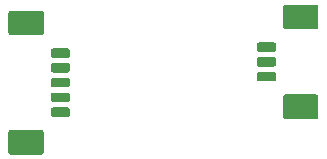
<source format=gbr>
G04 #@! TF.GenerationSoftware,KiCad,Pcbnew,(5.1.5)-3*
G04 #@! TF.CreationDate,2020-03-19T11:30:28+02:00*
G04 #@! TF.ProjectId,RightPanel,52696768-7450-4616-9e65-6c2e6b696361,rev?*
G04 #@! TF.SameCoordinates,Original*
G04 #@! TF.FileFunction,Soldermask,Bot*
G04 #@! TF.FilePolarity,Negative*
%FSLAX46Y46*%
G04 Gerber Fmt 4.6, Leading zero omitted, Abs format (unit mm)*
G04 Created by KiCad (PCBNEW (5.1.5)-3) date 2020-03-19 11:30:28*
%MOMM*%
%LPD*%
G04 APERTURE LIST*
%ADD10C,0.100000*%
G04 APERTURE END LIST*
D10*
G36*
X70969603Y-68600963D02*
G01*
X70989018Y-68603843D01*
X71008057Y-68608612D01*
X71026537Y-68615224D01*
X71044279Y-68623616D01*
X71061114Y-68633706D01*
X71076879Y-68645398D01*
X71091421Y-68658579D01*
X71104602Y-68673121D01*
X71116294Y-68688886D01*
X71126384Y-68705721D01*
X71134776Y-68723463D01*
X71141388Y-68741943D01*
X71146157Y-68760982D01*
X71149037Y-68780397D01*
X71150000Y-68800000D01*
X71150000Y-69200000D01*
X71149037Y-69219603D01*
X71146157Y-69239018D01*
X71141388Y-69258057D01*
X71134776Y-69276537D01*
X71126384Y-69294279D01*
X71116294Y-69311114D01*
X71104602Y-69326879D01*
X71091421Y-69341421D01*
X71076879Y-69354602D01*
X71061114Y-69366294D01*
X71044279Y-69376384D01*
X71026537Y-69384776D01*
X71008057Y-69391388D01*
X70989018Y-69396157D01*
X70969603Y-69399037D01*
X70950000Y-69400000D01*
X69750000Y-69400000D01*
X69730397Y-69399037D01*
X69710982Y-69396157D01*
X69691943Y-69391388D01*
X69673463Y-69384776D01*
X69655721Y-69376384D01*
X69638886Y-69366294D01*
X69623121Y-69354602D01*
X69608579Y-69341421D01*
X69595398Y-69326879D01*
X69583706Y-69311114D01*
X69573616Y-69294279D01*
X69565224Y-69276537D01*
X69558612Y-69258057D01*
X69553843Y-69239018D01*
X69550963Y-69219603D01*
X69550000Y-69200000D01*
X69550000Y-68800000D01*
X69550963Y-68780397D01*
X69553843Y-68760982D01*
X69558612Y-68741943D01*
X69565224Y-68723463D01*
X69573616Y-68705721D01*
X69583706Y-68688886D01*
X69595398Y-68673121D01*
X69608579Y-68658579D01*
X69623121Y-68645398D01*
X69638886Y-68633706D01*
X69655721Y-68623616D01*
X69673463Y-68615224D01*
X69691943Y-68608612D01*
X69710982Y-68603843D01*
X69730397Y-68600963D01*
X69750000Y-68600000D01*
X70950000Y-68600000D01*
X70969603Y-68600963D01*
G37*
G36*
X70969603Y-69850963D02*
G01*
X70989018Y-69853843D01*
X71008057Y-69858612D01*
X71026537Y-69865224D01*
X71044279Y-69873616D01*
X71061114Y-69883706D01*
X71076879Y-69895398D01*
X71091421Y-69908579D01*
X71104602Y-69923121D01*
X71116294Y-69938886D01*
X71126384Y-69955721D01*
X71134776Y-69973463D01*
X71141388Y-69991943D01*
X71146157Y-70010982D01*
X71149037Y-70030397D01*
X71150000Y-70050000D01*
X71150000Y-70450000D01*
X71149037Y-70469603D01*
X71146157Y-70489018D01*
X71141388Y-70508057D01*
X71134776Y-70526537D01*
X71126384Y-70544279D01*
X71116294Y-70561114D01*
X71104602Y-70576879D01*
X71091421Y-70591421D01*
X71076879Y-70604602D01*
X71061114Y-70616294D01*
X71044279Y-70626384D01*
X71026537Y-70634776D01*
X71008057Y-70641388D01*
X70989018Y-70646157D01*
X70969603Y-70649037D01*
X70950000Y-70650000D01*
X69750000Y-70650000D01*
X69730397Y-70649037D01*
X69710982Y-70646157D01*
X69691943Y-70641388D01*
X69673463Y-70634776D01*
X69655721Y-70626384D01*
X69638886Y-70616294D01*
X69623121Y-70604602D01*
X69608579Y-70591421D01*
X69595398Y-70576879D01*
X69583706Y-70561114D01*
X69573616Y-70544279D01*
X69565224Y-70526537D01*
X69558612Y-70508057D01*
X69553843Y-70489018D01*
X69550963Y-70469603D01*
X69550000Y-70450000D01*
X69550000Y-70050000D01*
X69550963Y-70030397D01*
X69553843Y-70010982D01*
X69558612Y-69991943D01*
X69565224Y-69973463D01*
X69573616Y-69955721D01*
X69583706Y-69938886D01*
X69595398Y-69923121D01*
X69608579Y-69908579D01*
X69623121Y-69895398D01*
X69638886Y-69883706D01*
X69655721Y-69873616D01*
X69673463Y-69865224D01*
X69691943Y-69858612D01*
X69710982Y-69853843D01*
X69730397Y-69850963D01*
X69750000Y-69850000D01*
X70950000Y-69850000D01*
X70969603Y-69850963D01*
G37*
G36*
X70969603Y-71100963D02*
G01*
X70989018Y-71103843D01*
X71008057Y-71108612D01*
X71026537Y-71115224D01*
X71044279Y-71123616D01*
X71061114Y-71133706D01*
X71076879Y-71145398D01*
X71091421Y-71158579D01*
X71104602Y-71173121D01*
X71116294Y-71188886D01*
X71126384Y-71205721D01*
X71134776Y-71223463D01*
X71141388Y-71241943D01*
X71146157Y-71260982D01*
X71149037Y-71280397D01*
X71150000Y-71300000D01*
X71150000Y-71700000D01*
X71149037Y-71719603D01*
X71146157Y-71739018D01*
X71141388Y-71758057D01*
X71134776Y-71776537D01*
X71126384Y-71794279D01*
X71116294Y-71811114D01*
X71104602Y-71826879D01*
X71091421Y-71841421D01*
X71076879Y-71854602D01*
X71061114Y-71866294D01*
X71044279Y-71876384D01*
X71026537Y-71884776D01*
X71008057Y-71891388D01*
X70989018Y-71896157D01*
X70969603Y-71899037D01*
X70950000Y-71900000D01*
X69750000Y-71900000D01*
X69730397Y-71899037D01*
X69710982Y-71896157D01*
X69691943Y-71891388D01*
X69673463Y-71884776D01*
X69655721Y-71876384D01*
X69638886Y-71866294D01*
X69623121Y-71854602D01*
X69608579Y-71841421D01*
X69595398Y-71826879D01*
X69583706Y-71811114D01*
X69573616Y-71794279D01*
X69565224Y-71776537D01*
X69558612Y-71758057D01*
X69553843Y-71739018D01*
X69550963Y-71719603D01*
X69550000Y-71700000D01*
X69550000Y-71300000D01*
X69550963Y-71280397D01*
X69553843Y-71260982D01*
X69558612Y-71241943D01*
X69565224Y-71223463D01*
X69573616Y-71205721D01*
X69583706Y-71188886D01*
X69595398Y-71173121D01*
X69608579Y-71158579D01*
X69623121Y-71145398D01*
X69638886Y-71133706D01*
X69655721Y-71123616D01*
X69673463Y-71115224D01*
X69691943Y-71108612D01*
X69710982Y-71103843D01*
X69730397Y-71100963D01*
X69750000Y-71100000D01*
X70950000Y-71100000D01*
X70969603Y-71100963D01*
G37*
G36*
X74524504Y-65401204D02*
G01*
X74548773Y-65404804D01*
X74572571Y-65410765D01*
X74595671Y-65419030D01*
X74617849Y-65429520D01*
X74638893Y-65442133D01*
X74658598Y-65456747D01*
X74676777Y-65473223D01*
X74693253Y-65491402D01*
X74707867Y-65511107D01*
X74720480Y-65532151D01*
X74730970Y-65554329D01*
X74739235Y-65577429D01*
X74745196Y-65601227D01*
X74748796Y-65625496D01*
X74750000Y-65650000D01*
X74750000Y-67250000D01*
X74748796Y-67274504D01*
X74745196Y-67298773D01*
X74739235Y-67322571D01*
X74730970Y-67345671D01*
X74720480Y-67367849D01*
X74707867Y-67388893D01*
X74693253Y-67408598D01*
X74676777Y-67426777D01*
X74658598Y-67443253D01*
X74638893Y-67457867D01*
X74617849Y-67470480D01*
X74595671Y-67480970D01*
X74572571Y-67489235D01*
X74548773Y-67495196D01*
X74524504Y-67498796D01*
X74500000Y-67500000D01*
X72000000Y-67500000D01*
X71975496Y-67498796D01*
X71951227Y-67495196D01*
X71927429Y-67489235D01*
X71904329Y-67480970D01*
X71882151Y-67470480D01*
X71861107Y-67457867D01*
X71841402Y-67443253D01*
X71823223Y-67426777D01*
X71806747Y-67408598D01*
X71792133Y-67388893D01*
X71779520Y-67367849D01*
X71769030Y-67345671D01*
X71760765Y-67322571D01*
X71754804Y-67298773D01*
X71751204Y-67274504D01*
X71750000Y-67250000D01*
X71750000Y-65650000D01*
X71751204Y-65625496D01*
X71754804Y-65601227D01*
X71760765Y-65577429D01*
X71769030Y-65554329D01*
X71779520Y-65532151D01*
X71792133Y-65511107D01*
X71806747Y-65491402D01*
X71823223Y-65473223D01*
X71841402Y-65456747D01*
X71861107Y-65442133D01*
X71882151Y-65429520D01*
X71904329Y-65419030D01*
X71927429Y-65410765D01*
X71951227Y-65404804D01*
X71975496Y-65401204D01*
X72000000Y-65400000D01*
X74500000Y-65400000D01*
X74524504Y-65401204D01*
G37*
G36*
X74524504Y-73001204D02*
G01*
X74548773Y-73004804D01*
X74572571Y-73010765D01*
X74595671Y-73019030D01*
X74617849Y-73029520D01*
X74638893Y-73042133D01*
X74658598Y-73056747D01*
X74676777Y-73073223D01*
X74693253Y-73091402D01*
X74707867Y-73111107D01*
X74720480Y-73132151D01*
X74730970Y-73154329D01*
X74739235Y-73177429D01*
X74745196Y-73201227D01*
X74748796Y-73225496D01*
X74750000Y-73250000D01*
X74750000Y-74850000D01*
X74748796Y-74874504D01*
X74745196Y-74898773D01*
X74739235Y-74922571D01*
X74730970Y-74945671D01*
X74720480Y-74967849D01*
X74707867Y-74988893D01*
X74693253Y-75008598D01*
X74676777Y-75026777D01*
X74658598Y-75043253D01*
X74638893Y-75057867D01*
X74617849Y-75070480D01*
X74595671Y-75080970D01*
X74572571Y-75089235D01*
X74548773Y-75095196D01*
X74524504Y-75098796D01*
X74500000Y-75100000D01*
X72000000Y-75100000D01*
X71975496Y-75098796D01*
X71951227Y-75095196D01*
X71927429Y-75089235D01*
X71904329Y-75080970D01*
X71882151Y-75070480D01*
X71861107Y-75057867D01*
X71841402Y-75043253D01*
X71823223Y-75026777D01*
X71806747Y-75008598D01*
X71792133Y-74988893D01*
X71779520Y-74967849D01*
X71769030Y-74945671D01*
X71760765Y-74922571D01*
X71754804Y-74898773D01*
X71751204Y-74874504D01*
X71750000Y-74850000D01*
X71750000Y-73250000D01*
X71751204Y-73225496D01*
X71754804Y-73201227D01*
X71760765Y-73177429D01*
X71769030Y-73154329D01*
X71779520Y-73132151D01*
X71792133Y-73111107D01*
X71806747Y-73091402D01*
X71823223Y-73073223D01*
X71841402Y-73056747D01*
X71861107Y-73042133D01*
X71882151Y-73029520D01*
X71904329Y-73019030D01*
X71927429Y-73010765D01*
X71951227Y-73004804D01*
X71975496Y-73001204D01*
X72000000Y-73000000D01*
X74500000Y-73000000D01*
X74524504Y-73001204D01*
G37*
G36*
X53519603Y-74100963D02*
G01*
X53539018Y-74103843D01*
X53558057Y-74108612D01*
X53576537Y-74115224D01*
X53594279Y-74123616D01*
X53611114Y-74133706D01*
X53626879Y-74145398D01*
X53641421Y-74158579D01*
X53654602Y-74173121D01*
X53666294Y-74188886D01*
X53676384Y-74205721D01*
X53684776Y-74223463D01*
X53691388Y-74241943D01*
X53696157Y-74260982D01*
X53699037Y-74280397D01*
X53700000Y-74300000D01*
X53700000Y-74700000D01*
X53699037Y-74719603D01*
X53696157Y-74739018D01*
X53691388Y-74758057D01*
X53684776Y-74776537D01*
X53676384Y-74794279D01*
X53666294Y-74811114D01*
X53654602Y-74826879D01*
X53641421Y-74841421D01*
X53626879Y-74854602D01*
X53611114Y-74866294D01*
X53594279Y-74876384D01*
X53576537Y-74884776D01*
X53558057Y-74891388D01*
X53539018Y-74896157D01*
X53519603Y-74899037D01*
X53500000Y-74900000D01*
X52300000Y-74900000D01*
X52280397Y-74899037D01*
X52260982Y-74896157D01*
X52241943Y-74891388D01*
X52223463Y-74884776D01*
X52205721Y-74876384D01*
X52188886Y-74866294D01*
X52173121Y-74854602D01*
X52158579Y-74841421D01*
X52145398Y-74826879D01*
X52133706Y-74811114D01*
X52123616Y-74794279D01*
X52115224Y-74776537D01*
X52108612Y-74758057D01*
X52103843Y-74739018D01*
X52100963Y-74719603D01*
X52100000Y-74700000D01*
X52100000Y-74300000D01*
X52100963Y-74280397D01*
X52103843Y-74260982D01*
X52108612Y-74241943D01*
X52115224Y-74223463D01*
X52123616Y-74205721D01*
X52133706Y-74188886D01*
X52145398Y-74173121D01*
X52158579Y-74158579D01*
X52173121Y-74145398D01*
X52188886Y-74133706D01*
X52205721Y-74123616D01*
X52223463Y-74115224D01*
X52241943Y-74108612D01*
X52260982Y-74103843D01*
X52280397Y-74100963D01*
X52300000Y-74100000D01*
X53500000Y-74100000D01*
X53519603Y-74100963D01*
G37*
G36*
X53519603Y-72850963D02*
G01*
X53539018Y-72853843D01*
X53558057Y-72858612D01*
X53576537Y-72865224D01*
X53594279Y-72873616D01*
X53611114Y-72883706D01*
X53626879Y-72895398D01*
X53641421Y-72908579D01*
X53654602Y-72923121D01*
X53666294Y-72938886D01*
X53676384Y-72955721D01*
X53684776Y-72973463D01*
X53691388Y-72991943D01*
X53696157Y-73010982D01*
X53699037Y-73030397D01*
X53700000Y-73050000D01*
X53700000Y-73450000D01*
X53699037Y-73469603D01*
X53696157Y-73489018D01*
X53691388Y-73508057D01*
X53684776Y-73526537D01*
X53676384Y-73544279D01*
X53666294Y-73561114D01*
X53654602Y-73576879D01*
X53641421Y-73591421D01*
X53626879Y-73604602D01*
X53611114Y-73616294D01*
X53594279Y-73626384D01*
X53576537Y-73634776D01*
X53558057Y-73641388D01*
X53539018Y-73646157D01*
X53519603Y-73649037D01*
X53500000Y-73650000D01*
X52300000Y-73650000D01*
X52280397Y-73649037D01*
X52260982Y-73646157D01*
X52241943Y-73641388D01*
X52223463Y-73634776D01*
X52205721Y-73626384D01*
X52188886Y-73616294D01*
X52173121Y-73604602D01*
X52158579Y-73591421D01*
X52145398Y-73576879D01*
X52133706Y-73561114D01*
X52123616Y-73544279D01*
X52115224Y-73526537D01*
X52108612Y-73508057D01*
X52103843Y-73489018D01*
X52100963Y-73469603D01*
X52100000Y-73450000D01*
X52100000Y-73050000D01*
X52100963Y-73030397D01*
X52103843Y-73010982D01*
X52108612Y-72991943D01*
X52115224Y-72973463D01*
X52123616Y-72955721D01*
X52133706Y-72938886D01*
X52145398Y-72923121D01*
X52158579Y-72908579D01*
X52173121Y-72895398D01*
X52188886Y-72883706D01*
X52205721Y-72873616D01*
X52223463Y-72865224D01*
X52241943Y-72858612D01*
X52260982Y-72853843D01*
X52280397Y-72850963D01*
X52300000Y-72850000D01*
X53500000Y-72850000D01*
X53519603Y-72850963D01*
G37*
G36*
X53519603Y-71600963D02*
G01*
X53539018Y-71603843D01*
X53558057Y-71608612D01*
X53576537Y-71615224D01*
X53594279Y-71623616D01*
X53611114Y-71633706D01*
X53626879Y-71645398D01*
X53641421Y-71658579D01*
X53654602Y-71673121D01*
X53666294Y-71688886D01*
X53676384Y-71705721D01*
X53684776Y-71723463D01*
X53691388Y-71741943D01*
X53696157Y-71760982D01*
X53699037Y-71780397D01*
X53700000Y-71800000D01*
X53700000Y-72200000D01*
X53699037Y-72219603D01*
X53696157Y-72239018D01*
X53691388Y-72258057D01*
X53684776Y-72276537D01*
X53676384Y-72294279D01*
X53666294Y-72311114D01*
X53654602Y-72326879D01*
X53641421Y-72341421D01*
X53626879Y-72354602D01*
X53611114Y-72366294D01*
X53594279Y-72376384D01*
X53576537Y-72384776D01*
X53558057Y-72391388D01*
X53539018Y-72396157D01*
X53519603Y-72399037D01*
X53500000Y-72400000D01*
X52300000Y-72400000D01*
X52280397Y-72399037D01*
X52260982Y-72396157D01*
X52241943Y-72391388D01*
X52223463Y-72384776D01*
X52205721Y-72376384D01*
X52188886Y-72366294D01*
X52173121Y-72354602D01*
X52158579Y-72341421D01*
X52145398Y-72326879D01*
X52133706Y-72311114D01*
X52123616Y-72294279D01*
X52115224Y-72276537D01*
X52108612Y-72258057D01*
X52103843Y-72239018D01*
X52100963Y-72219603D01*
X52100000Y-72200000D01*
X52100000Y-71800000D01*
X52100963Y-71780397D01*
X52103843Y-71760982D01*
X52108612Y-71741943D01*
X52115224Y-71723463D01*
X52123616Y-71705721D01*
X52133706Y-71688886D01*
X52145398Y-71673121D01*
X52158579Y-71658579D01*
X52173121Y-71645398D01*
X52188886Y-71633706D01*
X52205721Y-71623616D01*
X52223463Y-71615224D01*
X52241943Y-71608612D01*
X52260982Y-71603843D01*
X52280397Y-71600963D01*
X52300000Y-71600000D01*
X53500000Y-71600000D01*
X53519603Y-71600963D01*
G37*
G36*
X53519603Y-70350963D02*
G01*
X53539018Y-70353843D01*
X53558057Y-70358612D01*
X53576537Y-70365224D01*
X53594279Y-70373616D01*
X53611114Y-70383706D01*
X53626879Y-70395398D01*
X53641421Y-70408579D01*
X53654602Y-70423121D01*
X53666294Y-70438886D01*
X53676384Y-70455721D01*
X53684776Y-70473463D01*
X53691388Y-70491943D01*
X53696157Y-70510982D01*
X53699037Y-70530397D01*
X53700000Y-70550000D01*
X53700000Y-70950000D01*
X53699037Y-70969603D01*
X53696157Y-70989018D01*
X53691388Y-71008057D01*
X53684776Y-71026537D01*
X53676384Y-71044279D01*
X53666294Y-71061114D01*
X53654602Y-71076879D01*
X53641421Y-71091421D01*
X53626879Y-71104602D01*
X53611114Y-71116294D01*
X53594279Y-71126384D01*
X53576537Y-71134776D01*
X53558057Y-71141388D01*
X53539018Y-71146157D01*
X53519603Y-71149037D01*
X53500000Y-71150000D01*
X52300000Y-71150000D01*
X52280397Y-71149037D01*
X52260982Y-71146157D01*
X52241943Y-71141388D01*
X52223463Y-71134776D01*
X52205721Y-71126384D01*
X52188886Y-71116294D01*
X52173121Y-71104602D01*
X52158579Y-71091421D01*
X52145398Y-71076879D01*
X52133706Y-71061114D01*
X52123616Y-71044279D01*
X52115224Y-71026537D01*
X52108612Y-71008057D01*
X52103843Y-70989018D01*
X52100963Y-70969603D01*
X52100000Y-70950000D01*
X52100000Y-70550000D01*
X52100963Y-70530397D01*
X52103843Y-70510982D01*
X52108612Y-70491943D01*
X52115224Y-70473463D01*
X52123616Y-70455721D01*
X52133706Y-70438886D01*
X52145398Y-70423121D01*
X52158579Y-70408579D01*
X52173121Y-70395398D01*
X52188886Y-70383706D01*
X52205721Y-70373616D01*
X52223463Y-70365224D01*
X52241943Y-70358612D01*
X52260982Y-70353843D01*
X52280397Y-70350963D01*
X52300000Y-70350000D01*
X53500000Y-70350000D01*
X53519603Y-70350963D01*
G37*
G36*
X53519603Y-69100963D02*
G01*
X53539018Y-69103843D01*
X53558057Y-69108612D01*
X53576537Y-69115224D01*
X53594279Y-69123616D01*
X53611114Y-69133706D01*
X53626879Y-69145398D01*
X53641421Y-69158579D01*
X53654602Y-69173121D01*
X53666294Y-69188886D01*
X53676384Y-69205721D01*
X53684776Y-69223463D01*
X53691388Y-69241943D01*
X53696157Y-69260982D01*
X53699037Y-69280397D01*
X53700000Y-69300000D01*
X53700000Y-69700000D01*
X53699037Y-69719603D01*
X53696157Y-69739018D01*
X53691388Y-69758057D01*
X53684776Y-69776537D01*
X53676384Y-69794279D01*
X53666294Y-69811114D01*
X53654602Y-69826879D01*
X53641421Y-69841421D01*
X53626879Y-69854602D01*
X53611114Y-69866294D01*
X53594279Y-69876384D01*
X53576537Y-69884776D01*
X53558057Y-69891388D01*
X53539018Y-69896157D01*
X53519603Y-69899037D01*
X53500000Y-69900000D01*
X52300000Y-69900000D01*
X52280397Y-69899037D01*
X52260982Y-69896157D01*
X52241943Y-69891388D01*
X52223463Y-69884776D01*
X52205721Y-69876384D01*
X52188886Y-69866294D01*
X52173121Y-69854602D01*
X52158579Y-69841421D01*
X52145398Y-69826879D01*
X52133706Y-69811114D01*
X52123616Y-69794279D01*
X52115224Y-69776537D01*
X52108612Y-69758057D01*
X52103843Y-69739018D01*
X52100963Y-69719603D01*
X52100000Y-69700000D01*
X52100000Y-69300000D01*
X52100963Y-69280397D01*
X52103843Y-69260982D01*
X52108612Y-69241943D01*
X52115224Y-69223463D01*
X52123616Y-69205721D01*
X52133706Y-69188886D01*
X52145398Y-69173121D01*
X52158579Y-69158579D01*
X52173121Y-69145398D01*
X52188886Y-69133706D01*
X52205721Y-69123616D01*
X52223463Y-69115224D01*
X52241943Y-69108612D01*
X52260982Y-69103843D01*
X52280397Y-69100963D01*
X52300000Y-69100000D01*
X53500000Y-69100000D01*
X53519603Y-69100963D01*
G37*
G36*
X51274504Y-76001204D02*
G01*
X51298773Y-76004804D01*
X51322571Y-76010765D01*
X51345671Y-76019030D01*
X51367849Y-76029520D01*
X51388893Y-76042133D01*
X51408598Y-76056747D01*
X51426777Y-76073223D01*
X51443253Y-76091402D01*
X51457867Y-76111107D01*
X51470480Y-76132151D01*
X51480970Y-76154329D01*
X51489235Y-76177429D01*
X51495196Y-76201227D01*
X51498796Y-76225496D01*
X51500000Y-76250000D01*
X51500000Y-77850000D01*
X51498796Y-77874504D01*
X51495196Y-77898773D01*
X51489235Y-77922571D01*
X51480970Y-77945671D01*
X51470480Y-77967849D01*
X51457867Y-77988893D01*
X51443253Y-78008598D01*
X51426777Y-78026777D01*
X51408598Y-78043253D01*
X51388893Y-78057867D01*
X51367849Y-78070480D01*
X51345671Y-78080970D01*
X51322571Y-78089235D01*
X51298773Y-78095196D01*
X51274504Y-78098796D01*
X51250000Y-78100000D01*
X48750000Y-78100000D01*
X48725496Y-78098796D01*
X48701227Y-78095196D01*
X48677429Y-78089235D01*
X48654329Y-78080970D01*
X48632151Y-78070480D01*
X48611107Y-78057867D01*
X48591402Y-78043253D01*
X48573223Y-78026777D01*
X48556747Y-78008598D01*
X48542133Y-77988893D01*
X48529520Y-77967849D01*
X48519030Y-77945671D01*
X48510765Y-77922571D01*
X48504804Y-77898773D01*
X48501204Y-77874504D01*
X48500000Y-77850000D01*
X48500000Y-76250000D01*
X48501204Y-76225496D01*
X48504804Y-76201227D01*
X48510765Y-76177429D01*
X48519030Y-76154329D01*
X48529520Y-76132151D01*
X48542133Y-76111107D01*
X48556747Y-76091402D01*
X48573223Y-76073223D01*
X48591402Y-76056747D01*
X48611107Y-76042133D01*
X48632151Y-76029520D01*
X48654329Y-76019030D01*
X48677429Y-76010765D01*
X48701227Y-76004804D01*
X48725496Y-76001204D01*
X48750000Y-76000000D01*
X51250000Y-76000000D01*
X51274504Y-76001204D01*
G37*
G36*
X51274504Y-65901204D02*
G01*
X51298773Y-65904804D01*
X51322571Y-65910765D01*
X51345671Y-65919030D01*
X51367849Y-65929520D01*
X51388893Y-65942133D01*
X51408598Y-65956747D01*
X51426777Y-65973223D01*
X51443253Y-65991402D01*
X51457867Y-66011107D01*
X51470480Y-66032151D01*
X51480970Y-66054329D01*
X51489235Y-66077429D01*
X51495196Y-66101227D01*
X51498796Y-66125496D01*
X51500000Y-66150000D01*
X51500000Y-67750000D01*
X51498796Y-67774504D01*
X51495196Y-67798773D01*
X51489235Y-67822571D01*
X51480970Y-67845671D01*
X51470480Y-67867849D01*
X51457867Y-67888893D01*
X51443253Y-67908598D01*
X51426777Y-67926777D01*
X51408598Y-67943253D01*
X51388893Y-67957867D01*
X51367849Y-67970480D01*
X51345671Y-67980970D01*
X51322571Y-67989235D01*
X51298773Y-67995196D01*
X51274504Y-67998796D01*
X51250000Y-68000000D01*
X48750000Y-68000000D01*
X48725496Y-67998796D01*
X48701227Y-67995196D01*
X48677429Y-67989235D01*
X48654329Y-67980970D01*
X48632151Y-67970480D01*
X48611107Y-67957867D01*
X48591402Y-67943253D01*
X48573223Y-67926777D01*
X48556747Y-67908598D01*
X48542133Y-67888893D01*
X48529520Y-67867849D01*
X48519030Y-67845671D01*
X48510765Y-67822571D01*
X48504804Y-67798773D01*
X48501204Y-67774504D01*
X48500000Y-67750000D01*
X48500000Y-66150000D01*
X48501204Y-66125496D01*
X48504804Y-66101227D01*
X48510765Y-66077429D01*
X48519030Y-66054329D01*
X48529520Y-66032151D01*
X48542133Y-66011107D01*
X48556747Y-65991402D01*
X48573223Y-65973223D01*
X48591402Y-65956747D01*
X48611107Y-65942133D01*
X48632151Y-65929520D01*
X48654329Y-65919030D01*
X48677429Y-65910765D01*
X48701227Y-65904804D01*
X48725496Y-65901204D01*
X48750000Y-65900000D01*
X51250000Y-65900000D01*
X51274504Y-65901204D01*
G37*
M02*

</source>
